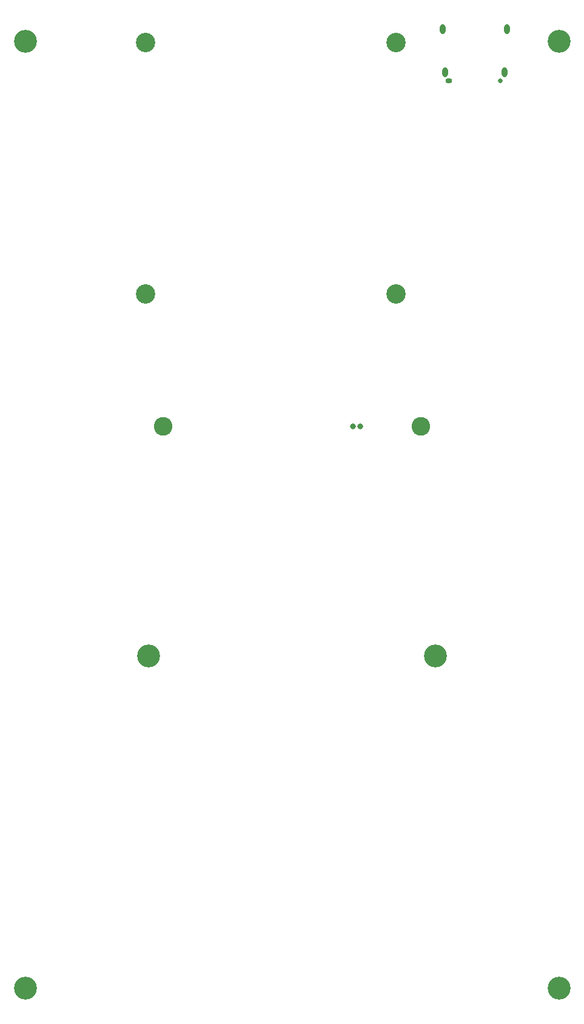
<source format=gbr>
G04 #@! TF.GenerationSoftware,KiCad,Pcbnew,6.0.11-2627ca5db0~126~ubuntu22.04.1*
G04 #@! TF.CreationDate,2025-05-27T11:10:10+02:00*
G04 #@! TF.ProjectId,qPocketPCR_Main,71506f63-6b65-4745-9043-525f4d61696e,rev?*
G04 #@! TF.SameCoordinates,Original*
G04 #@! TF.FileFunction,Soldermask,Bot*
G04 #@! TF.FilePolarity,Negative*
%FSLAX46Y46*%
G04 Gerber Fmt 4.6, Leading zero omitted, Abs format (unit mm)*
G04 Created by KiCad (PCBNEW 6.0.11-2627ca5db0~126~ubuntu22.04.1) date 2025-05-27 11:10:10*
%MOMM*%
%LPD*%
G01*
G04 APERTURE LIST*
%ADD10C,0.650000*%
%ADD11O,0.950000X0.650000*%
%ADD12O,0.800000X1.400000*%
%ADD13C,3.200000*%
%ADD14C,2.600000*%
%ADD15C,0.800000*%
%ADD16C,2.700000*%
G04 APERTURE END LIST*
D10*
X129080000Y-39550000D03*
D11*
X121880000Y-39550000D03*
D12*
X120990000Y-32350000D03*
X121350000Y-38300000D03*
X129610000Y-38300000D03*
X129970000Y-32350000D03*
D13*
X62750000Y-34000000D03*
X137250000Y-34000000D03*
X62750000Y-166000000D03*
X137250000Y-166000000D03*
X79967671Y-119703353D03*
X120003581Y-119703353D03*
D14*
X118000000Y-87698074D03*
X82000000Y-87698074D03*
D15*
X109500000Y-87698074D03*
X108500000Y-87698074D03*
D16*
X114500000Y-34192091D03*
X79500000Y-69192091D03*
X114500000Y-69192091D03*
X79500000Y-34192091D03*
M02*

</source>
